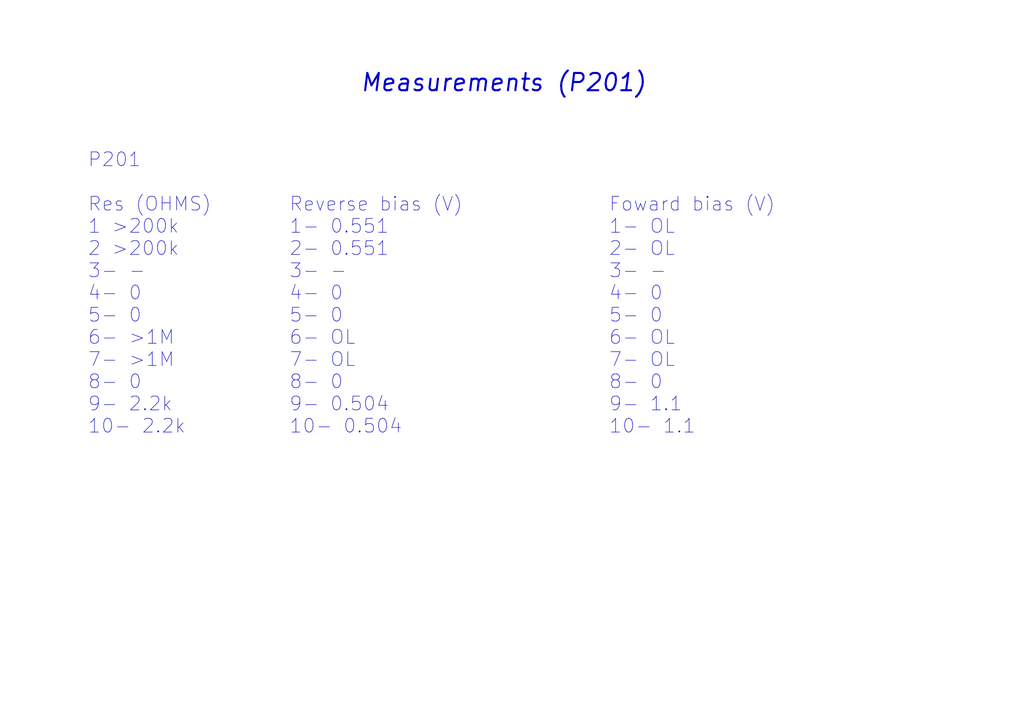
<source format=kicad_sch>
(kicad_sch
	(version 20231120)
	(generator "eeschema")
	(generator_version "8.0")
	(uuid "655d4332-5540-4943-858a-80e5b3b66b51")
	(paper "A4")
	(title_block
		(title "Y BOARD LG PLASMA TV PANEL")
		(date "2025-03-24")
		(rev "1.0")
		(comment 1 "Author: Fábio Pereira da Silva")
		(comment 2 "MEASUREMENTS (P201)")
	)
	(lib_symbols)
	(text "Measurements (P201)"
		(exclude_from_sim no)
		(at 146.05 24.13 0)
		(effects
			(font
				(size 5 5)
				(thickness 0.6)
				(bold yes)
				(italic yes)
			)
		)
		(uuid "2a36dbdb-29e6-4bc0-9c6a-6009ce6151e1")
	)
	(text "\n\nReverse bias (V)\n1- 0.551\n2- 0.551\n3- -\n4- 0\n5- 0\n6- OL\n7- OL\n8- 0\n9- 0.504\n10- 0.504\n"
		(exclude_from_sim no)
		(at 83.82 85.09 0)
		(effects
			(font
				(size 4 4)
			)
			(justify left)
		)
		(uuid "81d43b33-c187-458e-bb0d-5065136a7a21")
	)
	(text "\n\nFoward bias (V)\n1- OL\n2- OL\n3- -\n4- 0\n5- 0\n6- OL\n7- OL\n8- 0\n9- 1.1\n10- 1.1\n"
		(exclude_from_sim no)
		(at 176.53 85.09 0)
		(effects
			(font
				(size 4 4)
			)
			(justify left)
		)
		(uuid "c80d54eb-1d88-4c9d-91de-fff1df4edb57")
	)
	(text "P201\n\nRes (OHMS)\n1 >200k\n2 >200k\n3- -\n4- 0\n5- 0\n6- >1M\n7- >1M\n8- 0\n9- 2.2k\n10- 2.2k\n"
		(exclude_from_sim no)
		(at 25.4 85.09 0)
		(effects
			(font
				(size 4 4)
			)
			(justify left)
		)
		(uuid "f84747e9-095f-4a2a-af1f-faaad158d687")
	)
)

</source>
